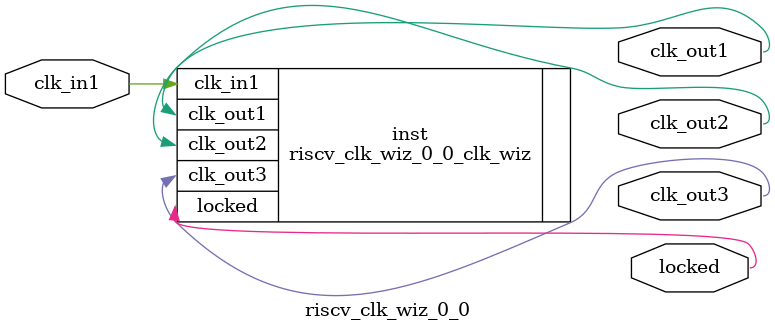
<source format=v>


`timescale 1ps/1ps

(* CORE_GENERATION_INFO = "riscv_clk_wiz_0_0,clk_wiz_v6_0_11_0_0,{component_name=riscv_clk_wiz_0_0,use_phase_alignment=false,use_min_o_jitter=false,use_max_i_jitter=false,use_dyn_phase_shift=false,use_inclk_switchover=false,use_dyn_reconfig=false,enable_axi=0,feedback_source=FDBK_AUTO,PRIMITIVE=MMCM,num_out_clk=3,clkin1_period=5.000,clkin2_period=10.0,use_power_down=false,use_reset=false,use_locked=true,use_inclk_stopped=false,feedback_type=SINGLE,CLOCK_MGR_TYPE=NA,manual_override=false}" *)

module riscv_clk_wiz_0_0 
 (
  // Clock out ports
  output        clk_out1,
  output        clk_out2,
  output        clk_out3,
  // Status and control signals
  output        locked,
 // Clock in ports
  input         clk_in1
 );

  riscv_clk_wiz_0_0_clk_wiz inst
  (
  // Clock out ports  
  .clk_out1(clk_out1),
  .clk_out2(clk_out2),
  .clk_out3(clk_out3),
  // Status and control signals               
  .locked(locked),
 // Clock in ports
  .clk_in1(clk_in1)
  );

endmodule

</source>
